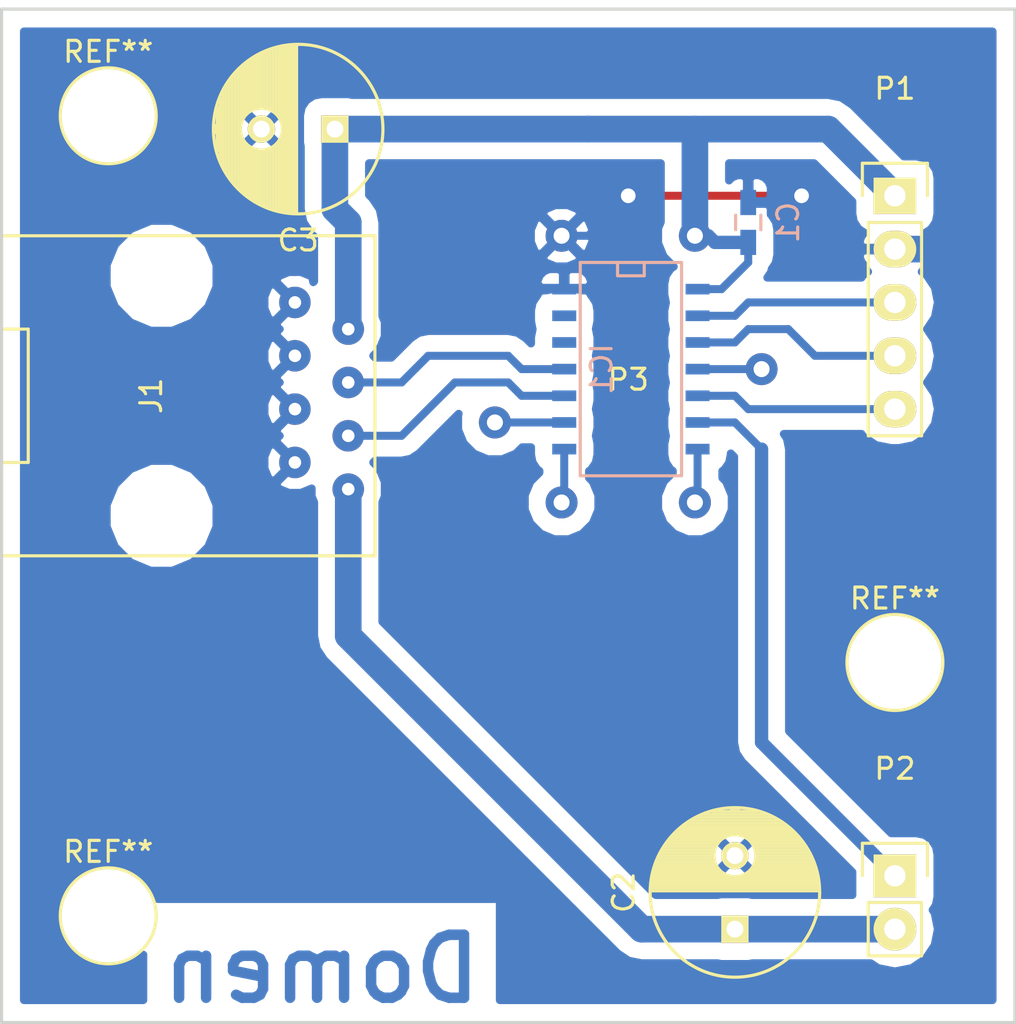
<source format=kicad_pcb>
(kicad_pcb (version 4) (host pcbnew 4.0.3+e1-6302~38~ubuntu16.04.1-stable)

  (general
    (links 26)
    (no_connects 0)
    (area 190.678999 95.779 239.470001 144.855001)
    (thickness 1.6)
    (drawings 5)
    (tracks 59)
    (zones 0)
    (modules 11)
    (nets 16)
  )

  (page A4)
  (layers
    (0 F.Cu signal)
    (31 B.Cu signal)
    (32 B.Adhes user)
    (33 F.Adhes user)
    (34 B.Paste user)
    (35 F.Paste user)
    (36 B.SilkS user)
    (37 F.SilkS user)
    (38 B.Mask user)
    (39 F.Mask user)
    (40 Dwgs.User user)
    (41 Cmts.User user)
    (42 Eco1.User user)
    (43 Eco2.User user)
    (44 Edge.Cuts user)
    (45 Margin user)
    (46 B.CrtYd user)
    (47 F.CrtYd user)
    (48 B.Fab user)
    (49 F.Fab user)
  )

  (setup
    (last_trace_width 0.635)
    (user_trace_width 0.254)
    (user_trace_width 0.381)
    (user_trace_width 0.508)
    (user_trace_width 0.635)
    (user_trace_width 1.27)
    (user_trace_width 2.54)
    (trace_clearance 0.381)
    (zone_clearance 0.8)
    (zone_45_only no)
    (trace_min 0.2)
    (segment_width 0.2)
    (edge_width 0.15)
    (via_size 1.5)
    (via_drill 0.7)
    (via_min_size 0.4)
    (via_min_drill 0.3)
    (uvia_size 0.3)
    (uvia_drill 0.1)
    (uvias_allowed no)
    (uvia_min_size 0.2)
    (uvia_min_drill 0.1)
    (pcb_text_width 0.3)
    (pcb_text_size 1.5 1.5)
    (mod_edge_width 0.15)
    (mod_text_size 1 1)
    (mod_text_width 0.15)
    (pad_size 3 3)
    (pad_drill 3)
    (pad_to_mask_clearance 0.2)
    (aux_axis_origin 0 0)
    (visible_elements FFFFFF7F)
    (pcbplotparams
      (layerselection 0x00000_80000000)
      (usegerberextensions false)
      (excludeedgelayer false)
      (linewidth 0.100000)
      (plotframeref false)
      (viasonmask false)
      (mode 1)
      (useauxorigin false)
      (hpglpennumber 1)
      (hpglpenspeed 20)
      (hpglpendiameter 15)
      (hpglpenoverlay 2)
      (psnegative false)
      (psa4output false)
      (plotreference false)
      (plotvalue false)
      (plotinvisibletext false)
      (padsonsilk false)
      (subtractmaskfromsilk false)
      (outputformat 5)
      (mirror false)
      (drillshape 1)
      (scaleselection 1)
      (outputdirectory ""))
  )

  (net 0 "")
  (net 1 +5V)
  (net 2 GND)
  (net 3 +12V)
  (net 4 LED_DATA)
  (net 5 LED_CLOCK)
  (net 6 AVR_RESET)
  (net 7 LED_LATCH)
  (net 8 LED_ENABLE)
  (net 9 AVR_MOSI)
  (net 10 AVR_MISO)
  (net 11 AVR_SCK)
  (net 12 RXD)
  (net 13 "Net-(IC1-Pad12)")
  (net 14 "Net-(IC1-Pad13)")
  (net 15 XCK)

  (net_class Default "This is the default net class."
    (clearance 0.381)
    (trace_width 0.381)
    (via_dia 1.5)
    (via_drill 0.7)
    (uvia_dia 0.3)
    (uvia_drill 0.1)
    (add_net +12V)
    (add_net +5V)
    (add_net AVR_MISO)
    (add_net AVR_MOSI)
    (add_net AVR_RESET)
    (add_net AVR_SCK)
    (add_net GND)
    (add_net LED_CLOCK)
    (add_net LED_DATA)
    (add_net LED_ENABLE)
    (add_net LED_LATCH)
    (add_net "Net-(IC1-Pad12)")
    (add_net "Net-(IC1-Pad13)")
    (add_net RXD)
    (add_net XCK)
  )

  (module Connect:1pin (layer F.Cu) (tedit 57E298EE) (tstamp 57E29936)
    (at 233.68 127.635)
    (descr "module 1 pin (ou trou mecanique de percage)")
    (tags DEV)
    (fp_text reference REF** (at 0 -3.048) (layer F.SilkS)
      (effects (font (size 1 1) (thickness 0.15)))
    )
    (fp_text value 1pin (at 0 2.794) (layer F.Fab)
      (effects (font (size 1 1) (thickness 0.15)))
    )
    (fp_circle (center 0 0) (end 0 -2.286) (layer F.SilkS) (width 0.15))
    (pad "" np_thru_hole circle (at 0 0) (size 3 3) (drill 3) (layers *.Cu *.Mask))
  )

  (module Connect:1pin (layer F.Cu) (tedit 57E298EE) (tstamp 57E29925)
    (at 196.215 101.6)
    (descr "module 1 pin (ou trou mecanique de percage)")
    (tags DEV)
    (fp_text reference REF** (at 0 -3.048) (layer F.SilkS)
      (effects (font (size 1 1) (thickness 0.15)))
    )
    (fp_text value 1pin (at 0 2.794) (layer F.Fab)
      (effects (font (size 1 1) (thickness 0.15)))
    )
    (fp_circle (center 0 0) (end 0 -2.286) (layer F.SilkS) (width 0.15))
    (pad "" np_thru_hole circle (at 0 0) (size 3 3) (drill 3) (layers *.Cu *.Mask))
  )

  (module Capacitors_SMD:C_0603_HandSoldering (layer B.Cu) (tedit 541A9B4D) (tstamp 57E19BD0)
    (at 226.695 106.68 90)
    (descr "Capacitor SMD 0603, hand soldering")
    (tags "capacitor 0603")
    (path /57E19267)
    (attr smd)
    (fp_text reference C1 (at 0 1.9 90) (layer B.SilkS)
      (effects (font (size 1 1) (thickness 0.15)) (justify mirror))
    )
    (fp_text value 100nF (at 0 -1.9 90) (layer B.Fab)
      (effects (font (size 1 1) (thickness 0.15)) (justify mirror))
    )
    (fp_line (start -1.85 0.75) (end 1.85 0.75) (layer B.CrtYd) (width 0.05))
    (fp_line (start -1.85 -0.75) (end 1.85 -0.75) (layer B.CrtYd) (width 0.05))
    (fp_line (start -1.85 0.75) (end -1.85 -0.75) (layer B.CrtYd) (width 0.05))
    (fp_line (start 1.85 0.75) (end 1.85 -0.75) (layer B.CrtYd) (width 0.05))
    (fp_line (start -0.35 0.6) (end 0.35 0.6) (layer B.SilkS) (width 0.15))
    (fp_line (start 0.35 -0.6) (end -0.35 -0.6) (layer B.SilkS) (width 0.15))
    (pad 1 smd rect (at -0.95 0 90) (size 1.2 0.75) (layers B.Cu B.Paste B.Mask)
      (net 1 +5V))
    (pad 2 smd rect (at 0.95 0 90) (size 1.2 0.75) (layers B.Cu B.Paste B.Mask)
      (net 2 GND))
    (model Capacitors_SMD.3dshapes/C_0603_HandSoldering.wrl
      (at (xyz 0 0 0))
      (scale (xyz 1 1 1))
      (rotate (xyz 0 0 0))
    )
  )

  (module Capacitors_ThroughHole:C_Radial_D8_L11.5_P3.5 (layer F.Cu) (tedit 0) (tstamp 57E19BD6)
    (at 226.06 140.335 90)
    (descr "Radial Electrolytic Capacitor Diameter 8mm x Length 11.5mm, Pitch 3.5mm")
    (tags "Electrolytic Capacitor")
    (path /57E19090)
    (fp_text reference C2 (at 1.75 -5.3 90) (layer F.SilkS)
      (effects (font (size 1 1) (thickness 0.15)))
    )
    (fp_text value 100uF (at 1.75 5.3 90) (layer F.Fab)
      (effects (font (size 1 1) (thickness 0.15)))
    )
    (fp_line (start 1.825 -3.999) (end 1.825 3.999) (layer F.SilkS) (width 0.15))
    (fp_line (start 1.965 -3.994) (end 1.965 3.994) (layer F.SilkS) (width 0.15))
    (fp_line (start 2.105 -3.984) (end 2.105 3.984) (layer F.SilkS) (width 0.15))
    (fp_line (start 2.245 -3.969) (end 2.245 3.969) (layer F.SilkS) (width 0.15))
    (fp_line (start 2.385 -3.949) (end 2.385 3.949) (layer F.SilkS) (width 0.15))
    (fp_line (start 2.525 -3.924) (end 2.525 -0.222) (layer F.SilkS) (width 0.15))
    (fp_line (start 2.525 0.222) (end 2.525 3.924) (layer F.SilkS) (width 0.15))
    (fp_line (start 2.665 -3.894) (end 2.665 -0.55) (layer F.SilkS) (width 0.15))
    (fp_line (start 2.665 0.55) (end 2.665 3.894) (layer F.SilkS) (width 0.15))
    (fp_line (start 2.805 -3.858) (end 2.805 -0.719) (layer F.SilkS) (width 0.15))
    (fp_line (start 2.805 0.719) (end 2.805 3.858) (layer F.SilkS) (width 0.15))
    (fp_line (start 2.945 -3.817) (end 2.945 -0.832) (layer F.SilkS) (width 0.15))
    (fp_line (start 2.945 0.832) (end 2.945 3.817) (layer F.SilkS) (width 0.15))
    (fp_line (start 3.085 -3.771) (end 3.085 -0.91) (layer F.SilkS) (width 0.15))
    (fp_line (start 3.085 0.91) (end 3.085 3.771) (layer F.SilkS) (width 0.15))
    (fp_line (start 3.225 -3.718) (end 3.225 -0.961) (layer F.SilkS) (width 0.15))
    (fp_line (start 3.225 0.961) (end 3.225 3.718) (layer F.SilkS) (width 0.15))
    (fp_line (start 3.365 -3.659) (end 3.365 -0.991) (layer F.SilkS) (width 0.15))
    (fp_line (start 3.365 0.991) (end 3.365 3.659) (layer F.SilkS) (width 0.15))
    (fp_line (start 3.505 -3.594) (end 3.505 -1) (layer F.SilkS) (width 0.15))
    (fp_line (start 3.505 1) (end 3.505 3.594) (layer F.SilkS) (width 0.15))
    (fp_line (start 3.645 -3.523) (end 3.645 -0.989) (layer F.SilkS) (width 0.15))
    (fp_line (start 3.645 0.989) (end 3.645 3.523) (layer F.SilkS) (width 0.15))
    (fp_line (start 3.785 -3.444) (end 3.785 -0.959) (layer F.SilkS) (width 0.15))
    (fp_line (start 3.785 0.959) (end 3.785 3.444) (layer F.SilkS) (width 0.15))
    (fp_line (start 3.925 -3.357) (end 3.925 -0.905) (layer F.SilkS) (width 0.15))
    (fp_line (start 3.925 0.905) (end 3.925 3.357) (layer F.SilkS) (width 0.15))
    (fp_line (start 4.065 -3.262) (end 4.065 -0.825) (layer F.SilkS) (width 0.15))
    (fp_line (start 4.065 0.825) (end 4.065 3.262) (layer F.SilkS) (width 0.15))
    (fp_line (start 4.205 -3.158) (end 4.205 -0.709) (layer F.SilkS) (width 0.15))
    (fp_line (start 4.205 0.709) (end 4.205 3.158) (layer F.SilkS) (width 0.15))
    (fp_line (start 4.345 -3.044) (end 4.345 -0.535) (layer F.SilkS) (width 0.15))
    (fp_line (start 4.345 0.535) (end 4.345 3.044) (layer F.SilkS) (width 0.15))
    (fp_line (start 4.485 -2.919) (end 4.485 -0.173) (layer F.SilkS) (width 0.15))
    (fp_line (start 4.485 0.173) (end 4.485 2.919) (layer F.SilkS) (width 0.15))
    (fp_line (start 4.625 -2.781) (end 4.625 2.781) (layer F.SilkS) (width 0.15))
    (fp_line (start 4.765 -2.629) (end 4.765 2.629) (layer F.SilkS) (width 0.15))
    (fp_line (start 4.905 -2.459) (end 4.905 2.459) (layer F.SilkS) (width 0.15))
    (fp_line (start 5.045 -2.268) (end 5.045 2.268) (layer F.SilkS) (width 0.15))
    (fp_line (start 5.185 -2.05) (end 5.185 2.05) (layer F.SilkS) (width 0.15))
    (fp_line (start 5.325 -1.794) (end 5.325 1.794) (layer F.SilkS) (width 0.15))
    (fp_line (start 5.465 -1.483) (end 5.465 1.483) (layer F.SilkS) (width 0.15))
    (fp_line (start 5.605 -1.067) (end 5.605 1.067) (layer F.SilkS) (width 0.15))
    (fp_line (start 5.745 -0.2) (end 5.745 0.2) (layer F.SilkS) (width 0.15))
    (fp_circle (center 3.5 0) (end 3.5 -1) (layer F.SilkS) (width 0.15))
    (fp_circle (center 1.75 0) (end 1.75 -4.0375) (layer F.SilkS) (width 0.15))
    (fp_circle (center 1.75 0) (end 1.75 -4.3) (layer F.CrtYd) (width 0.05))
    (pad 2 thru_hole circle (at 3.5 0 90) (size 1.3 1.3) (drill 0.8) (layers *.Cu *.Mask F.SilkS)
      (net 2 GND))
    (pad 1 thru_hole rect (at 0 0 90) (size 1.3 1.3) (drill 0.8) (layers *.Cu *.Mask F.SilkS)
      (net 3 +12V))
    (model Capacitors_ThroughHole.3dshapes/C_Radial_D8_L11.5_P3.5.wrl
      (at (xyz 0 0 0))
      (scale (xyz 1 1 1))
      (rotate (xyz 0 0 0))
    )
  )

  (module Capacitors_ThroughHole:C_Radial_D8_L11.5_P3.5 (layer F.Cu) (tedit 0) (tstamp 57E19BDC)
    (at 207.01 102.235 180)
    (descr "Radial Electrolytic Capacitor Diameter 8mm x Length 11.5mm, Pitch 3.5mm")
    (tags "Electrolytic Capacitor")
    (path /57E190DE)
    (fp_text reference C3 (at 1.75 -5.3 180) (layer F.SilkS)
      (effects (font (size 1 1) (thickness 0.15)))
    )
    (fp_text value 100uF (at 1.75 5.3 180) (layer F.Fab)
      (effects (font (size 1 1) (thickness 0.15)))
    )
    (fp_line (start 1.825 -3.999) (end 1.825 3.999) (layer F.SilkS) (width 0.15))
    (fp_line (start 1.965 -3.994) (end 1.965 3.994) (layer F.SilkS) (width 0.15))
    (fp_line (start 2.105 -3.984) (end 2.105 3.984) (layer F.SilkS) (width 0.15))
    (fp_line (start 2.245 -3.969) (end 2.245 3.969) (layer F.SilkS) (width 0.15))
    (fp_line (start 2.385 -3.949) (end 2.385 3.949) (layer F.SilkS) (width 0.15))
    (fp_line (start 2.525 -3.924) (end 2.525 -0.222) (layer F.SilkS) (width 0.15))
    (fp_line (start 2.525 0.222) (end 2.525 3.924) (layer F.SilkS) (width 0.15))
    (fp_line (start 2.665 -3.894) (end 2.665 -0.55) (layer F.SilkS) (width 0.15))
    (fp_line (start 2.665 0.55) (end 2.665 3.894) (layer F.SilkS) (width 0.15))
    (fp_line (start 2.805 -3.858) (end 2.805 -0.719) (layer F.SilkS) (width 0.15))
    (fp_line (start 2.805 0.719) (end 2.805 3.858) (layer F.SilkS) (width 0.15))
    (fp_line (start 2.945 -3.817) (end 2.945 -0.832) (layer F.SilkS) (width 0.15))
    (fp_line (start 2.945 0.832) (end 2.945 3.817) (layer F.SilkS) (width 0.15))
    (fp_line (start 3.085 -3.771) (end 3.085 -0.91) (layer F.SilkS) (width 0.15))
    (fp_line (start 3.085 0.91) (end 3.085 3.771) (layer F.SilkS) (width 0.15))
    (fp_line (start 3.225 -3.718) (end 3.225 -0.961) (layer F.SilkS) (width 0.15))
    (fp_line (start 3.225 0.961) (end 3.225 3.718) (layer F.SilkS) (width 0.15))
    (fp_line (start 3.365 -3.659) (end 3.365 -0.991) (layer F.SilkS) (width 0.15))
    (fp_line (start 3.365 0.991) (end 3.365 3.659) (layer F.SilkS) (width 0.15))
    (fp_line (start 3.505 -3.594) (end 3.505 -1) (layer F.SilkS) (width 0.15))
    (fp_line (start 3.505 1) (end 3.505 3.594) (layer F.SilkS) (width 0.15))
    (fp_line (start 3.645 -3.523) (end 3.645 -0.989) (layer F.SilkS) (width 0.15))
    (fp_line (start 3.645 0.989) (end 3.645 3.523) (layer F.SilkS) (width 0.15))
    (fp_line (start 3.785 -3.444) (end 3.785 -0.959) (layer F.SilkS) (width 0.15))
    (fp_line (start 3.785 0.959) (end 3.785 3.444) (layer F.SilkS) (width 0.15))
    (fp_line (start 3.925 -3.357) (end 3.925 -0.905) (layer F.SilkS) (width 0.15))
    (fp_line (start 3.925 0.905) (end 3.925 3.357) (layer F.SilkS) (width 0.15))
    (fp_line (start 4.065 -3.262) (end 4.065 -0.825) (layer F.SilkS) (width 0.15))
    (fp_line (start 4.065 0.825) (end 4.065 3.262) (layer F.SilkS) (width 0.15))
    (fp_line (start 4.205 -3.158) (end 4.205 -0.709) (layer F.SilkS) (width 0.15))
    (fp_line (start 4.205 0.709) (end 4.205 3.158) (layer F.SilkS) (width 0.15))
    (fp_line (start 4.345 -3.044) (end 4.345 -0.535) (layer F.SilkS) (width 0.15))
    (fp_line (start 4.345 0.535) (end 4.345 3.044) (layer F.SilkS) (width 0.15))
    (fp_line (start 4.485 -2.919) (end 4.485 -0.173) (layer F.SilkS) (width 0.15))
    (fp_line (start 4.485 0.173) (end 4.485 2.919) (layer F.SilkS) (width 0.15))
    (fp_line (start 4.625 -2.781) (end 4.625 2.781) (layer F.SilkS) (width 0.15))
    (fp_line (start 4.765 -2.629) (end 4.765 2.629) (layer F.SilkS) (width 0.15))
    (fp_line (start 4.905 -2.459) (end 4.905 2.459) (layer F.SilkS) (width 0.15))
    (fp_line (start 5.045 -2.268) (end 5.045 2.268) (layer F.SilkS) (width 0.15))
    (fp_line (start 5.185 -2.05) (end 5.185 2.05) (layer F.SilkS) (width 0.15))
    (fp_line (start 5.325 -1.794) (end 5.325 1.794) (layer F.SilkS) (width 0.15))
    (fp_line (start 5.465 -1.483) (end 5.465 1.483) (layer F.SilkS) (width 0.15))
    (fp_line (start 5.605 -1.067) (end 5.605 1.067) (layer F.SilkS) (width 0.15))
    (fp_line (start 5.745 -0.2) (end 5.745 0.2) (layer F.SilkS) (width 0.15))
    (fp_circle (center 3.5 0) (end 3.5 -1) (layer F.SilkS) (width 0.15))
    (fp_circle (center 1.75 0) (end 1.75 -4.0375) (layer F.SilkS) (width 0.15))
    (fp_circle (center 1.75 0) (end 1.75 -4.3) (layer F.CrtYd) (width 0.05))
    (pad 2 thru_hole circle (at 3.5 0 180) (size 1.3 1.3) (drill 0.8) (layers *.Cu *.Mask F.SilkS)
      (net 2 GND))
    (pad 1 thru_hole rect (at 0 0 180) (size 1.3 1.3) (drill 0.8) (layers *.Cu *.Mask F.SilkS)
      (net 1 +5V))
    (model Capacitors_ThroughHole.3dshapes/C_Radial_D8_L11.5_P3.5.wrl
      (at (xyz 0 0 0))
      (scale (xyz 1 1 1))
      (rotate (xyz 0 0 0))
    )
  )

  (module SMD_Packages:SOIC-14_N (layer B.Cu) (tedit 0) (tstamp 57E19BEE)
    (at 220.98 113.665 270)
    (descr "Module CMS SOJ 14 pins Large")
    (tags "CMS SOJ")
    (path /57E18D38)
    (attr smd)
    (fp_text reference IC1 (at 0 1.27 270) (layer B.SilkS)
      (effects (font (size 1 1) (thickness 0.15)) (justify mirror))
    )
    (fp_text value ATTINY841-SSU (at 0 -1.27 270) (layer B.Fab)
      (effects (font (size 1 1) (thickness 0.15)) (justify mirror))
    )
    (fp_line (start 5.08 2.286) (end 5.08 -2.54) (layer B.SilkS) (width 0.15))
    (fp_line (start 5.08 -2.54) (end -5.08 -2.54) (layer B.SilkS) (width 0.15))
    (fp_line (start -5.08 -2.54) (end -5.08 2.286) (layer B.SilkS) (width 0.15))
    (fp_line (start -5.08 2.286) (end 5.08 2.286) (layer B.SilkS) (width 0.15))
    (fp_line (start -5.08 0.508) (end -4.445 0.508) (layer B.SilkS) (width 0.15))
    (fp_line (start -4.445 0.508) (end -4.445 -0.762) (layer B.SilkS) (width 0.15))
    (fp_line (start -4.445 -0.762) (end -5.08 -0.762) (layer B.SilkS) (width 0.15))
    (pad 1 smd rect (at -3.81 -3.302 270) (size 0.508 1.143) (layers B.Cu B.Paste B.Mask)
      (net 1 +5V))
    (pad 2 smd rect (at -2.54 -3.302 270) (size 0.508 1.143) (layers B.Cu B.Paste B.Mask)
      (net 4 LED_DATA))
    (pad 3 smd rect (at -1.27 -3.302 270) (size 0.508 1.143) (layers B.Cu B.Paste B.Mask)
      (net 5 LED_CLOCK))
    (pad 4 smd rect (at 0 -3.302 270) (size 0.508 1.143) (layers B.Cu B.Paste B.Mask)
      (net 6 AVR_RESET))
    (pad 5 smd rect (at 1.27 -3.302 270) (size 0.508 1.143) (layers B.Cu B.Paste B.Mask)
      (net 7 LED_LATCH))
    (pad 6 smd rect (at 2.54 -3.302 270) (size 0.508 1.143) (layers B.Cu B.Paste B.Mask)
      (net 8 LED_ENABLE))
    (pad 7 smd rect (at 3.81 -3.302 270) (size 0.508 1.143) (layers B.Cu B.Paste B.Mask)
      (net 9 AVR_MOSI))
    (pad 8 smd rect (at 3.81 3.048 270) (size 0.508 1.143) (layers B.Cu B.Paste B.Mask)
      (net 10 AVR_MISO))
    (pad 9 smd rect (at 2.54 3.048 270) (size 0.508 1.143) (layers B.Cu B.Paste B.Mask)
      (net 11 AVR_SCK))
    (pad 11 smd rect (at 0 3.048 270) (size 0.508 1.143) (layers B.Cu B.Paste B.Mask)
      (net 12 RXD))
    (pad 12 smd rect (at -1.27 3.048 270) (size 0.508 1.143) (layers B.Cu B.Paste B.Mask)
      (net 13 "Net-(IC1-Pad12)"))
    (pad 13 smd rect (at -2.54 3.048 270) (size 0.508 1.143) (layers B.Cu B.Paste B.Mask)
      (net 14 "Net-(IC1-Pad13)"))
    (pad 14 smd rect (at -3.81 3.048 270) (size 0.508 1.143) (layers B.Cu B.Paste B.Mask)
      (net 2 GND))
    (pad 10 smd rect (at 1.27 3.048 270) (size 0.508 1.143) (layers B.Cu B.Paste B.Mask)
      (net 15 XCK))
    (model SMD_Packages.3dshapes/SOIC-14_N.wrl
      (at (xyz 0 0 0))
      (scale (xyz 0.5 0.4 0.5))
      (rotate (xyz 0 0 0))
    )
  )

  (module rj45:RJ45 (layer F.Cu) (tedit 57E19AF8) (tstamp 57E19BFC)
    (at 198.755 114.935 270)
    (path /57E18D9E)
    (fp_text reference J1 (at 0 0.5 270) (layer F.SilkS)
      (effects (font (size 1 1) (thickness 0.15)))
    )
    (fp_text value RJ45 (at 0 -0.5 270) (layer F.Fab)
      (effects (font (size 1 1) (thickness 0.15)))
    )
    (fp_line (start -7.62 7.62) (end -3.175 7.62) (layer F.SilkS) (width 0.15))
    (fp_line (start 3.175 7.62) (end 7.62 7.62) (layer F.SilkS) (width 0.15))
    (fp_line (start -3.175 7.62) (end -3.175 6.35) (layer F.SilkS) (width 0.15))
    (fp_line (start -3.175 6.35) (end 3.175 6.35) (layer F.SilkS) (width 0.15))
    (fp_line (start 3.175 6.35) (end 3.175 7.62) (layer F.SilkS) (width 0.15))
    (fp_line (start -7.62 7.62) (end -7.62 -10.16) (layer F.SilkS) (width 0.15))
    (fp_line (start -7.62 -10.16) (end 7.62 -10.16) (layer F.SilkS) (width 0.15))
    (fp_line (start 7.62 -10.16) (end 7.62 7.62) (layer F.SilkS) (width 0.15))
    (pad "" np_thru_hole circle (at 5.715 0 270) (size 3.25 3.25) (drill 3.25) (layers *.Cu *.Mask))
    (pad "" np_thru_hole circle (at -5.715 0 270) (size 3.25 3.25) (drill 3.25) (layers *.Cu *.Mask))
    (pad 8 thru_hole circle (at 4.445 -8.89 270) (size 1.5 1.5) (drill 0.6) (layers *.Cu *.Mask)
      (net 3 +12V))
    (pad 7 thru_hole circle (at 3.175 -6.35 270) (size 1.5 1.5) (drill 0.6) (layers *.Cu *.Mask)
      (net 2 GND))
    (pad 6 thru_hole circle (at 1.905 -8.89 270) (size 1.5 1.5) (drill 0.6) (layers *.Cu *.Mask)
      (net 15 XCK))
    (pad 5 thru_hole circle (at 0.635 -6.35 270) (size 1.5 1.5) (drill 0.6) (layers *.Cu *.Mask)
      (net 2 GND))
    (pad 4 thru_hole circle (at -0.635 -8.89 270) (size 1.5 1.5) (drill 0.6) (layers *.Cu *.Mask)
      (net 12 RXD))
    (pad 3 thru_hole circle (at -1.905 -6.35 270) (size 1.5 1.5) (drill 0.6) (layers *.Cu *.Mask)
      (net 2 GND))
    (pad 2 thru_hole circle (at -3.175 -8.89 270) (size 1.5 1.5) (drill 0.6) (layers *.Cu *.Mask)
      (net 1 +5V))
    (pad 1 thru_hole circle (at -4.445 -6.35 270) (size 1.5 1.5) (drill 0.6) (layers *.Cu *.Mask)
      (net 2 GND))
  )

  (module Pin_Headers:Pin_Header_Straight_1x05 (layer F.Cu) (tedit 54EA0684) (tstamp 57E19C05)
    (at 233.68 105.41)
    (descr "Through hole pin header")
    (tags "pin header")
    (path /57E193FD)
    (fp_text reference P1 (at 0 -5.1) (layer F.SilkS)
      (effects (font (size 1 1) (thickness 0.15)))
    )
    (fp_text value CONN_01X05 (at 0 -3.1) (layer F.Fab)
      (effects (font (size 1 1) (thickness 0.15)))
    )
    (fp_line (start -1.55 0) (end -1.55 -1.55) (layer F.SilkS) (width 0.15))
    (fp_line (start -1.55 -1.55) (end 1.55 -1.55) (layer F.SilkS) (width 0.15))
    (fp_line (start 1.55 -1.55) (end 1.55 0) (layer F.SilkS) (width 0.15))
    (fp_line (start -1.75 -1.75) (end -1.75 11.95) (layer F.CrtYd) (width 0.05))
    (fp_line (start 1.75 -1.75) (end 1.75 11.95) (layer F.CrtYd) (width 0.05))
    (fp_line (start -1.75 -1.75) (end 1.75 -1.75) (layer F.CrtYd) (width 0.05))
    (fp_line (start -1.75 11.95) (end 1.75 11.95) (layer F.CrtYd) (width 0.05))
    (fp_line (start 1.27 1.27) (end 1.27 11.43) (layer F.SilkS) (width 0.15))
    (fp_line (start 1.27 11.43) (end -1.27 11.43) (layer F.SilkS) (width 0.15))
    (fp_line (start -1.27 11.43) (end -1.27 1.27) (layer F.SilkS) (width 0.15))
    (fp_line (start 1.27 1.27) (end -1.27 1.27) (layer F.SilkS) (width 0.15))
    (pad 1 thru_hole rect (at 0 0) (size 2.032 1.7272) (drill 1.016) (layers *.Cu *.Mask F.SilkS)
      (net 1 +5V))
    (pad 2 thru_hole oval (at 0 2.54) (size 2.032 1.7272) (drill 1.016) (layers *.Cu *.Mask F.SilkS)
      (net 2 GND))
    (pad 3 thru_hole oval (at 0 5.08) (size 2.032 1.7272) (drill 1.016) (layers *.Cu *.Mask F.SilkS)
      (net 4 LED_DATA))
    (pad 4 thru_hole oval (at 0 7.62) (size 2.032 1.7272) (drill 1.016) (layers *.Cu *.Mask F.SilkS)
      (net 5 LED_CLOCK))
    (pad 5 thru_hole oval (at 0 10.16) (size 2.032 1.7272) (drill 1.016) (layers *.Cu *.Mask F.SilkS)
      (net 7 LED_LATCH))
    (model Pin_Headers.3dshapes/Pin_Header_Straight_1x05.wrl
      (at (xyz 0 -0.2 0))
      (scale (xyz 1 1 1))
      (rotate (xyz 0 0 90))
    )
  )

  (module Pin_Headers:Pin_Header_Straight_1x02 (layer F.Cu) (tedit 54EA090C) (tstamp 57E19C0B)
    (at 233.68 137.795)
    (descr "Through hole pin header")
    (tags "pin header")
    (path /57E19592)
    (fp_text reference P2 (at 0 -5.1) (layer F.SilkS)
      (effects (font (size 1 1) (thickness 0.15)))
    )
    (fp_text value CONN_01X02 (at 0 -3.1) (layer F.Fab)
      (effects (font (size 1 1) (thickness 0.15)))
    )
    (fp_line (start 1.27 1.27) (end 1.27 3.81) (layer F.SilkS) (width 0.15))
    (fp_line (start 1.55 -1.55) (end 1.55 0) (layer F.SilkS) (width 0.15))
    (fp_line (start -1.75 -1.75) (end -1.75 4.3) (layer F.CrtYd) (width 0.05))
    (fp_line (start 1.75 -1.75) (end 1.75 4.3) (layer F.CrtYd) (width 0.05))
    (fp_line (start -1.75 -1.75) (end 1.75 -1.75) (layer F.CrtYd) (width 0.05))
    (fp_line (start -1.75 4.3) (end 1.75 4.3) (layer F.CrtYd) (width 0.05))
    (fp_line (start 1.27 1.27) (end -1.27 1.27) (layer F.SilkS) (width 0.15))
    (fp_line (start -1.55 0) (end -1.55 -1.55) (layer F.SilkS) (width 0.15))
    (fp_line (start -1.55 -1.55) (end 1.55 -1.55) (layer F.SilkS) (width 0.15))
    (fp_line (start -1.27 1.27) (end -1.27 3.81) (layer F.SilkS) (width 0.15))
    (fp_line (start -1.27 3.81) (end 1.27 3.81) (layer F.SilkS) (width 0.15))
    (pad 1 thru_hole rect (at 0 0) (size 2.032 2.032) (drill 1.016) (layers *.Cu *.Mask F.SilkS)
      (net 8 LED_ENABLE))
    (pad 2 thru_hole oval (at 0 2.54) (size 2.032 2.032) (drill 1.016) (layers *.Cu *.Mask F.SilkS)
      (net 3 +12V))
    (model Pin_Headers.3dshapes/Pin_Header_Straight_1x02.wrl
      (at (xyz 0 -0.05 0))
      (scale (xyz 1 1 1))
      (rotate (xyz 0 0 90))
    )
  )

  (module attiny841-spi:ATTINY841-SPI (layer F.Cu) (tedit 57C2806E) (tstamp 57E19C15)
    (at 220.98 113.665)
    (path /57E19AED)
    (fp_text reference P3 (at 0 0.5) (layer F.SilkS)
      (effects (font (size 1 1) (thickness 0.15)))
    )
    (fp_text value CONN_01X06 (at 0 -0.5) (layer F.Fab)
      (effects (font (size 1 1) (thickness 0.15)))
    )
    (pad 1 thru_hole circle (at -3.175 6.35) (size 1.524 1.524) (drill 0.762) (layers *.Cu *.Mask)
      (net 10 AVR_MISO))
    (pad 4 thru_hole circle (at 3.175 6.35) (size 1.524 1.524) (drill 0.762) (layers *.Cu *.Mask)
      (net 9 AVR_MOSI))
    (pad 2 thru_hole circle (at 3.175 -6.35) (size 1.524 1.524) (drill 0.762) (layers *.Cu *.Mask)
      (net 1 +5V))
    (pad 6 thru_hole circle (at -3.175 -6.35) (size 1.524 1.524) (drill 0.762) (layers *.Cu *.Mask)
      (net 2 GND))
    (pad 5 thru_hole circle (at 6.35 0) (size 1.524 1.524) (drill 0.762) (layers *.Cu *.Mask)
      (net 6 AVR_RESET))
    (pad 3 thru_hole circle (at -6.35 2.54) (size 1.524 1.524) (drill 0.762) (layers *.Cu *.Mask)
      (net 11 AVR_SCK))
  )

  (module Connect:1pin (layer F.Cu) (tedit 57E298EE) (tstamp 57E298B3)
    (at 196.215 139.7)
    (descr "module 1 pin (ou trou mecanique de percage)")
    (tags DEV)
    (fp_text reference REF** (at 0 -3.048) (layer F.SilkS)
      (effects (font (size 1 1) (thickness 0.15)))
    )
    (fp_text value 1pin (at 0 2.794) (layer F.Fab)
      (effects (font (size 1 1) (thickness 0.15)))
    )
    (fp_circle (center 0 0) (end 0 -2.286) (layer F.SilkS) (width 0.15))
    (pad "" np_thru_hole circle (at 0 0) (size 3 3) (drill 3) (layers *.Cu *.Mask))
  )

  (gr_text "Domen\n" (at 206.375 142.24) (layer B.Cu)
    (effects (font (size 3 3) (thickness 0.5)) (justify mirror))
  )
  (gr_line (start 191.135 144.78) (end 191.135 96.52) (angle 90) (layer Edge.Cuts) (width 0.15))
  (gr_line (start 239.395 144.78) (end 191.135 144.78) (angle 90) (layer Edge.Cuts) (width 0.15))
  (gr_line (start 239.395 96.52) (end 239.395 144.78) (angle 90) (layer Edge.Cuts) (width 0.15))
  (gr_line (start 191.135 96.52) (end 239.395 96.52) (angle 90) (layer Edge.Cuts) (width 0.15))

  (segment (start 224.155 107.315) (end 224.155 102.235) (width 1.27) (layer B.Cu) (net 1))
  (segment (start 219.075 102.235) (end 224.155 102.235) (width 1.27) (layer B.Cu) (net 1))
  (segment (start 224.155 102.235) (end 230.505 102.235) (width 1.27) (layer B.Cu) (net 1) (tstamp 57E1A05B))
  (segment (start 230.505 102.235) (end 233.68 105.41) (width 1.27) (layer B.Cu) (net 1) (tstamp 57E1A056))
  (segment (start 207.01 102.235) (end 219.075 102.235) (width 1.27) (layer B.Cu) (net 1))
  (segment (start 219.075 102.235) (end 219.075 102.235) (width 1.27) (layer B.Cu) (net 1) (tstamp 57E1A054))
  (segment (start 207.645 111.76) (end 207.645 106.68) (width 1.27) (layer B.Cu) (net 1))
  (segment (start 207.01 106.045) (end 207.01 102.235) (width 1.27) (layer B.Cu) (net 1) (tstamp 57E1A03F))
  (segment (start 207.645 106.68) (end 207.01 106.045) (width 1.27) (layer B.Cu) (net 1) (tstamp 57E1A03E))
  (segment (start 224.282 109.855) (end 225.425 109.855) (width 0.381) (layer B.Cu) (net 1))
  (segment (start 226.695 108.585) (end 226.695 107.63) (width 0.381) (layer B.Cu) (net 1) (tstamp 57E19E7A))
  (segment (start 225.425 109.855) (end 226.695 108.585) (width 0.381) (layer B.Cu) (net 1) (tstamp 57E19E77))
  (segment (start 224.155 107.315) (end 224.79 107.315) (width 0.635) (layer B.Cu) (net 1))
  (segment (start 224.79 107.315) (end 225.105 107.63) (width 0.635) (layer B.Cu) (net 1) (tstamp 57E19E6A))
  (segment (start 225.105 107.63) (end 226.695 107.63) (width 0.635) (layer B.Cu) (net 1) (tstamp 57E19E6D))
  (segment (start 226.695 105.73) (end 228.915 105.73) (width 0.381) (layer B.Cu) (net 2))
  (segment (start 219.075 107.315) (end 217.805 107.315) (width 0.381) (layer B.Cu) (net 2) (tstamp 57E1A2AE))
  (segment (start 220.98 105.41) (end 219.075 107.315) (width 0.381) (layer B.Cu) (net 2) (tstamp 57E1A2AD))
  (via (at 220.98 105.41) (size 1.5) (drill 0.7) (layers F.Cu B.Cu) (net 2))
  (segment (start 229.235 105.41) (end 220.98 105.41) (width 0.381) (layer F.Cu) (net 2) (tstamp 57E1A2AA))
  (via (at 229.235 105.41) (size 1.5) (drill 0.7) (layers F.Cu B.Cu) (net 2))
  (segment (start 228.915 105.73) (end 229.235 105.41) (width 0.381) (layer B.Cu) (net 2) (tstamp 57E1A2A1))
  (segment (start 233.68 107.95) (end 235.585 107.95) (width 1.27) (layer B.Cu) (net 2))
  (segment (start 207.645 119.38) (end 207.645 126.365) (width 1.27) (layer B.Cu) (net 3))
  (segment (start 221.615 140.335) (end 226.06 140.335) (width 1.27) (layer B.Cu) (net 3) (tstamp 57E1A02F))
  (segment (start 207.645 126.365) (end 221.615 140.335) (width 1.27) (layer B.Cu) (net 3) (tstamp 57E1A02C))
  (segment (start 233.68 140.335) (end 226.06 140.335) (width 1.27) (layer B.Cu) (net 3))
  (segment (start 224.282 111.125) (end 226.06 111.125) (width 0.381) (layer B.Cu) (net 4))
  (segment (start 226.695 110.49) (end 233.68 110.49) (width 0.381) (layer B.Cu) (net 4) (tstamp 57E19DC3))
  (segment (start 226.06 111.125) (end 226.695 110.49) (width 0.381) (layer B.Cu) (net 4) (tstamp 57E19DBD))
  (segment (start 224.282 112.395) (end 226.06 112.395) (width 0.381) (layer B.Cu) (net 5))
  (segment (start 229.87 113.03) (end 233.68 113.03) (width 0.381) (layer B.Cu) (net 5) (tstamp 57E19DBA))
  (segment (start 228.6 111.76) (end 229.87 113.03) (width 0.381) (layer B.Cu) (net 5) (tstamp 57E19DB5))
  (segment (start 226.695 111.76) (end 228.6 111.76) (width 0.381) (layer B.Cu) (net 5) (tstamp 57E19DB4))
  (segment (start 226.06 112.395) (end 226.695 111.76) (width 0.381) (layer B.Cu) (net 5) (tstamp 57E19DB1))
  (segment (start 224.282 113.665) (end 227.33 113.665) (width 0.381) (layer B.Cu) (net 6))
  (segment (start 224.282 114.935) (end 226.06 114.935) (width 0.381) (layer B.Cu) (net 7))
  (segment (start 226.695 115.57) (end 233.68 115.57) (width 0.381) (layer B.Cu) (net 7) (tstamp 57E19DCE))
  (segment (start 226.06 114.935) (end 226.695 115.57) (width 0.381) (layer B.Cu) (net 7) (tstamp 57E19DCC))
  (segment (start 233.68 137.795) (end 228.6 132.715) (width 0.635) (layer B.Cu) (net 8) (status 400000))
  (segment (start 226.06 116.205) (end 227.33 117.475) (width 0.381) (layer B.Cu) (net 8) (tstamp 57E19DF1))
  (segment (start 226.06 116.205) (end 224.282 116.205) (width 0.381) (layer B.Cu) (net 8))
  (segment (start 227.33 131.445) (end 227.33 117.475) (width 0.635) (layer B.Cu) (net 8) (tstamp 57E299BB))
  (segment (start 228.6 132.715) (end 227.33 131.445) (width 0.635) (layer B.Cu) (net 8) (tstamp 57E299B5))
  (segment (start 224.282 117.475) (end 224.282 119.888) (width 0.381) (layer B.Cu) (net 9))
  (segment (start 224.282 119.888) (end 224.155 120.015) (width 0.381) (layer B.Cu) (net 9) (tstamp 57E19DD6))
  (segment (start 217.932 117.475) (end 217.932 119.888) (width 0.381) (layer B.Cu) (net 10))
  (segment (start 217.932 119.888) (end 217.805 120.015) (width 0.381) (layer B.Cu) (net 10) (tstamp 57E19DDB))
  (segment (start 217.932 116.205) (end 214.63 116.205) (width 0.381) (layer B.Cu) (net 11))
  (segment (start 217.932 113.665) (end 215.9 113.665) (width 0.381) (layer B.Cu) (net 12))
  (segment (start 210.185 114.3) (end 207.645 114.3) (width 0.381) (layer B.Cu) (net 12) (tstamp 57E1A006))
  (segment (start 211.455 113.03) (end 210.185 114.3) (width 0.381) (layer B.Cu) (net 12) (tstamp 57E1A004))
  (segment (start 215.265 113.03) (end 211.455 113.03) (width 0.381) (layer B.Cu) (net 12) (tstamp 57E1A003))
  (segment (start 215.9 113.665) (end 215.265 113.03) (width 0.381) (layer B.Cu) (net 12) (tstamp 57E1A002))
  (segment (start 217.932 114.935) (end 215.9 114.935) (width 0.381) (layer B.Cu) (net 15))
  (segment (start 210.185 116.84) (end 207.645 116.84) (width 0.381) (layer B.Cu) (net 15) (tstamp 57E19FFE))
  (segment (start 212.725 114.3) (end 210.185 116.84) (width 0.381) (layer B.Cu) (net 15) (tstamp 57E19FFA))
  (segment (start 215.265 114.3) (end 212.725 114.3) (width 0.381) (layer B.Cu) (net 15) (tstamp 57E19FF9))
  (segment (start 215.9 114.935) (end 215.265 114.3) (width 0.381) (layer B.Cu) (net 15) (tstamp 57E19FF5))

  (zone (net 2) (net_name GND) (layer B.Cu) (tstamp 57E1A074) (hatch edge 0.508)
    (connect_pads (clearance 0.8))
    (min_thickness 0.381)
    (fill yes (arc_segments 16) (thermal_gap 0.508) (thermal_bridge_width 0.508))
    (polygon
      (pts
        (xy 191.135 144.78) (xy 191.135 96.52) (xy 239.395 96.52) (xy 239.395 144.78)
      )
    )
    (filled_polygon
      (pts
        (xy 238.3295 143.7145) (xy 214.865501 143.7145) (xy 214.865501 138.8995) (xy 198.578965 138.8995) (xy 198.327574 138.291088)
        (xy 197.627597 137.589888) (xy 196.712564 137.209933) (xy 195.721782 137.209068) (xy 194.806088 137.587426) (xy 194.104888 138.287403)
        (xy 193.724933 139.202436) (xy 193.724068 140.193218) (xy 194.102426 141.108912) (xy 194.802403 141.810112) (xy 195.717436 142.190067)
        (xy 196.708218 142.190932) (xy 197.623912 141.812574) (xy 197.8845 141.552441) (xy 197.8845 143.7145) (xy 192.2005 143.7145)
        (xy 192.2005 121.167973) (xy 196.139047 121.167973) (xy 196.536394 122.129626) (xy 197.271504 122.86602) (xy 198.232462 123.265045)
        (xy 199.272973 123.265953) (xy 200.234626 122.868606) (xy 200.97102 122.133496) (xy 201.370045 121.172538) (xy 201.370953 120.132027)
        (xy 200.973606 119.170374) (xy 200.238496 118.43398) (xy 199.277538 118.034955) (xy 198.237027 118.034047) (xy 197.275374 118.431394)
        (xy 196.53898 119.166504) (xy 196.139955 120.127462) (xy 196.139047 121.167973) (xy 192.2005 121.167973) (xy 192.2005 117.827294)
        (xy 203.655433 117.827294) (xy 203.657588 118.403538) (xy 203.873962 118.925911) (xy 204.140362 118.984835) (xy 205.015197 118.11)
        (xy 204.140362 117.235165) (xy 203.873962 117.294089) (xy 203.655433 117.827294) (xy 192.2005 117.827294) (xy 192.2005 115.287294)
        (xy 203.655433 115.287294) (xy 203.657588 115.863538) (xy 203.873962 116.385911) (xy 204.140362 116.444835) (xy 205.015197 115.57)
        (xy 204.140362 114.695165) (xy 203.873962 114.754089) (xy 203.655433 115.287294) (xy 192.2005 115.287294) (xy 192.2005 112.747294)
        (xy 203.655433 112.747294) (xy 203.657588 113.323538) (xy 203.873962 113.845911) (xy 204.140362 113.904835) (xy 205.015197 113.03)
        (xy 204.140362 112.155165) (xy 203.873962 112.214089) (xy 203.655433 112.747294) (xy 192.2005 112.747294) (xy 192.2005 109.737973)
        (xy 196.139047 109.737973) (xy 196.536394 110.699626) (xy 197.271504 111.43602) (xy 198.232462 111.835045) (xy 199.272973 111.835953)
        (xy 200.234626 111.438606) (xy 200.97102 110.703496) (xy 201.177061 110.207294) (xy 203.655433 110.207294) (xy 203.657588 110.783538)
        (xy 203.873962 111.305911) (xy 204.140362 111.364835) (xy 205.015197 110.49) (xy 204.140362 109.615165) (xy 203.873962 109.674089)
        (xy 203.655433 110.207294) (xy 201.177061 110.207294) (xy 201.370045 109.742538) (xy 201.370234 109.525362) (xy 204.230165 109.525362)
        (xy 205.105 110.400197) (xy 205.119142 110.386055) (xy 205.208945 110.475858) (xy 205.194803 110.49) (xy 205.208945 110.504142)
        (xy 205.119142 110.593945) (xy 205.105 110.579803) (xy 204.230165 111.454638) (xy 204.289089 111.721038) (xy 204.383651 111.759793)
        (xy 204.289089 111.798962) (xy 204.230165 112.065362) (xy 205.105 112.940197) (xy 205.119142 112.926055) (xy 205.208945 113.015858)
        (xy 205.194803 113.03) (xy 205.208945 113.044142) (xy 205.119142 113.133945) (xy 205.105 113.119803) (xy 204.230165 113.994638)
        (xy 204.289089 114.261038) (xy 204.383651 114.299793) (xy 204.289089 114.338962) (xy 204.230165 114.605362) (xy 205.105 115.480197)
        (xy 205.119142 115.466055) (xy 205.208945 115.555858) (xy 205.194803 115.57) (xy 205.208945 115.584142) (xy 205.119142 115.673945)
        (xy 205.105 115.659803) (xy 204.230165 116.534638) (xy 204.289089 116.801038) (xy 204.383651 116.839793) (xy 204.289089 116.878962)
        (xy 204.230165 117.145362) (xy 205.105 118.020197) (xy 205.119142 118.006055) (xy 205.208945 118.095858) (xy 205.194803 118.11)
        (xy 205.208945 118.124142) (xy 205.119142 118.213945) (xy 205.105 118.199803) (xy 204.230165 119.074638) (xy 204.289089 119.341038)
        (xy 204.822294 119.559567) (xy 205.398538 119.557412) (xy 205.904528 119.347824) (xy 205.904199 119.724688) (xy 206.0195 120.003738)
        (xy 206.0195 126.365) (xy 206.143234 126.987052) (xy 206.495598 127.514402) (xy 220.465598 141.484402) (xy 220.992948 141.836766)
        (xy 221.615 141.9605) (xy 225.240102 141.9605) (xy 225.41 141.994905) (xy 226.71 141.994905) (xy 226.892846 141.9605)
        (xy 232.531214 141.9605) (xy 232.872836 142.188764) (xy 233.64069 142.3415) (xy 233.71931 142.3415) (xy 234.487164 142.188764)
        (xy 235.13812 141.75381) (xy 235.573074 141.102854) (xy 235.72581 140.335) (xy 235.573074 139.567146) (xy 235.4767 139.422913)
        (xy 235.626339 139.20391) (xy 235.705905 138.811) (xy 235.705905 136.779) (xy 235.636838 136.411943) (xy 235.419908 136.074823)
        (xy 235.08891 135.848661) (xy 234.696 135.769095) (xy 233.503887 135.769095) (xy 228.638 130.903208) (xy 228.638 128.128218)
        (xy 231.189068 128.128218) (xy 231.567426 129.043912) (xy 232.267403 129.745112) (xy 233.182436 130.125067) (xy 234.173218 130.125932)
        (xy 235.088912 129.747574) (xy 235.790112 129.047597) (xy 236.170067 128.132564) (xy 236.170932 127.141782) (xy 235.792574 126.226088)
        (xy 235.092597 125.524888) (xy 234.177564 125.144933) (xy 233.186782 125.144068) (xy 232.271088 125.522426) (xy 231.569888 126.222403)
        (xy 231.189933 127.137436) (xy 231.189068 128.128218) (xy 228.638 128.128218) (xy 228.638 117.475) (xy 228.538434 116.97445)
        (xy 228.38913 116.751) (xy 232.090349 116.751) (xy 232.177243 116.881047) (xy 232.778757 117.282965) (xy 233.48829 117.4241)
        (xy 233.87171 117.4241) (xy 234.581243 117.282965) (xy 235.182757 116.881047) (xy 235.584675 116.279533) (xy 235.72581 115.57)
        (xy 235.584675 114.860467) (xy 235.210184 114.3) (xy 235.584675 113.739533) (xy 235.72581 113.03) (xy 235.584675 112.320467)
        (xy 235.210184 111.76) (xy 235.584675 111.199533) (xy 235.72581 110.49) (xy 235.584675 109.780467) (xy 235.182757 109.178953)
        (xy 234.956775 109.027957) (xy 234.981873 109.00967) (xy 235.299893 108.489123) (xy 235.364059 108.256883) (xy 235.218421 108.0135)
        (xy 233.7435 108.0135) (xy 233.7435 108.0335) (xy 233.6165 108.0335) (xy 233.6165 108.0135) (xy 232.141579 108.0135)
        (xy 231.995941 108.256883) (xy 232.060107 108.489123) (xy 232.378127 109.00967) (xy 232.403225 109.027957) (xy 232.177243 109.178953)
        (xy 232.090349 109.309) (xy 227.604323 109.309) (xy 227.786102 109.03695) (xy 227.814301 108.895185) (xy 228.000339 108.62291)
        (xy 228.079905 108.23) (xy 228.079905 107.03) (xy 228.010838 106.662943) (xy 227.793908 106.325823) (xy 227.7685 106.308462)
        (xy 227.7685 105.968125) (xy 227.593875 105.7935) (xy 226.7585 105.7935) (xy 226.7585 105.8135) (xy 226.6315 105.8135)
        (xy 226.6315 105.7935) (xy 226.6115 105.7935) (xy 226.6115 105.6665) (xy 226.6315 105.6665) (xy 226.6315 104.606125)
        (xy 226.7585 104.606125) (xy 226.7585 105.6665) (xy 227.593875 105.6665) (xy 227.7685 105.491875) (xy 227.7685 104.99106)
        (xy 227.66216 104.734332) (xy 227.465669 104.53784) (xy 227.208941 104.4315) (xy 226.933125 104.4315) (xy 226.7585 104.606125)
        (xy 226.6315 104.606125) (xy 226.456875 104.4315) (xy 226.181059 104.4315) (xy 225.924331 104.53784) (xy 225.7805 104.681672)
        (xy 225.7805 103.8605) (xy 229.831696 103.8605) (xy 231.654095 105.682899) (xy 231.654095 106.2736) (xy 231.723162 106.640657)
        (xy 231.940092 106.977777) (xy 232.211435 107.163178) (xy 232.060107 107.410877) (xy 231.995941 107.643117) (xy 232.141579 107.8865)
        (xy 233.6165 107.8865) (xy 233.6165 107.8665) (xy 233.7435 107.8665) (xy 233.7435 107.8865) (xy 235.218421 107.8865)
        (xy 235.364059 107.643117) (xy 235.299893 107.410877) (xy 235.146915 107.160477) (xy 235.400177 106.997508) (xy 235.626339 106.66651)
        (xy 235.705905 106.2736) (xy 235.705905 104.5464) (xy 235.636838 104.179343) (xy 235.419908 103.842223) (xy 235.08891 103.616061)
        (xy 234.696 103.536495) (xy 234.105299 103.536495) (xy 231.654402 101.085598) (xy 231.127052 100.733234) (xy 230.505 100.6095)
        (xy 207.829898 100.6095) (xy 207.66 100.575095) (xy 206.36 100.575095) (xy 205.992943 100.644162) (xy 205.655823 100.861092)
        (xy 205.429661 101.19209) (xy 205.350095 101.585) (xy 205.350095 102.885) (xy 205.3845 103.067846) (xy 205.3845 106.045)
        (xy 205.508234 106.667052) (xy 205.860598 107.194402) (xy 206.0195 107.353304) (xy 206.0195 109.485695) (xy 205.979835 109.52536)
        (xy 205.920911 109.258962) (xy 205.387706 109.040433) (xy 204.811462 109.042588) (xy 204.289089 109.258962) (xy 204.230165 109.525362)
        (xy 201.370234 109.525362) (xy 201.370953 108.702027) (xy 200.973606 107.740374) (xy 200.238496 107.00398) (xy 199.277538 106.604955)
        (xy 198.237027 106.604047) (xy 197.275374 107.001394) (xy 196.53898 107.736504) (xy 196.139955 108.697462) (xy 196.139047 109.737973)
        (xy 192.2005 109.737973) (xy 192.2005 102.093218) (xy 193.724068 102.093218) (xy 194.102426 103.008912) (xy 194.802403 103.710112)
        (xy 195.717436 104.090067) (xy 196.708218 104.090932) (xy 197.623912 103.712574) (xy 198.210059 103.127449) (xy 202.707354 103.127449)
        (xy 202.754077 103.38347) (xy 203.251119 103.585327) (xy 203.787573 103.581609) (xy 204.265923 103.38347) (xy 204.312646 103.127449)
        (xy 203.51 102.324803) (xy 202.707354 103.127449) (xy 198.210059 103.127449) (xy 198.325112 103.012597) (xy 198.705067 102.097564)
        (xy 198.705173 101.976119) (xy 202.159673 101.976119) (xy 202.163391 102.512573) (xy 202.36153 102.990923) (xy 202.617551 103.037646)
        (xy 203.420197 102.235) (xy 203.599803 102.235) (xy 204.402449 103.037646) (xy 204.65847 102.990923) (xy 204.860327 102.493881)
        (xy 204.856609 101.957427) (xy 204.65847 101.479077) (xy 204.402449 101.432354) (xy 203.599803 102.235) (xy 203.420197 102.235)
        (xy 202.617551 101.432354) (xy 202.36153 101.479077) (xy 202.159673 101.976119) (xy 198.705173 101.976119) (xy 198.705726 101.342551)
        (xy 202.707354 101.342551) (xy 203.51 102.145197) (xy 204.312646 101.342551) (xy 204.265923 101.08653) (xy 203.768881 100.884673)
        (xy 203.232427 100.888391) (xy 202.754077 101.08653) (xy 202.707354 101.342551) (xy 198.705726 101.342551) (xy 198.705932 101.106782)
        (xy 198.327574 100.191088) (xy 197.627597 99.489888) (xy 196.712564 99.109933) (xy 195.721782 99.109068) (xy 194.806088 99.487426)
        (xy 194.104888 100.187403) (xy 193.724933 101.102436) (xy 193.724068 102.093218) (xy 192.2005 102.093218) (xy 192.2005 97.5855)
        (xy 238.3295 97.5855)
      )
    )
    (filled_polygon
      (pts
        (xy 222.5295 106.65976) (xy 222.402804 106.964877) (xy 222.402196 107.662065) (xy 222.668436 108.306415) (xy 223.147459 108.786274)
        (xy 223.006323 108.877092) (xy 222.780161 109.20809) (xy 222.700595 109.601) (xy 222.700595 110.109) (xy 222.769662 110.476057)
        (xy 222.777961 110.488954) (xy 222.700595 110.871) (xy 222.700595 111.379) (xy 222.769662 111.746057) (xy 222.777961 111.758954)
        (xy 222.700595 112.141) (xy 222.700595 112.649) (xy 222.769662 113.016057) (xy 222.777961 113.028954) (xy 222.700595 113.411)
        (xy 222.700595 113.919) (xy 222.769662 114.286057) (xy 222.777961 114.298954) (xy 222.700595 114.681) (xy 222.700595 115.189)
        (xy 222.769662 115.556057) (xy 222.777961 115.568954) (xy 222.700595 115.951) (xy 222.700595 116.459) (xy 222.769662 116.826057)
        (xy 222.777961 116.838954) (xy 222.700595 117.221) (xy 222.700595 117.729) (xy 222.769662 118.096057) (xy 222.986592 118.433177)
        (xy 223.101 118.511349) (xy 223.101 118.590912) (xy 222.670169 119.020992) (xy 222.402804 119.664877) (xy 222.402196 120.362065)
        (xy 222.668436 121.006415) (xy 223.160992 121.499831) (xy 223.804877 121.767196) (xy 224.502065 121.767804) (xy 225.146415 121.501564)
        (xy 225.639831 121.009008) (xy 225.907196 120.365123) (xy 225.907804 119.667935) (xy 225.641564 119.023585) (xy 225.463 118.844709)
        (xy 225.463 118.513831) (xy 225.557677 118.452908) (xy 225.783839 118.12191) (xy 225.863405 117.729) (xy 225.863405 117.678591)
        (xy 226.022 117.837186) (xy 226.022 131.445) (xy 226.121566 131.94555) (xy 226.405104 132.369896) (xy 231.654095 137.618887)
        (xy 231.654095 138.7095) (xy 226.879898 138.7095) (xy 226.71 138.675095) (xy 225.41 138.675095) (xy 225.227154 138.7095)
        (xy 222.288304 138.7095) (xy 221.306253 137.727449) (xy 225.257354 137.727449) (xy 225.304077 137.98347) (xy 225.801119 138.185327)
        (xy 226.337573 138.181609) (xy 226.815923 137.98347) (xy 226.862646 137.727449) (xy 226.06 136.924803) (xy 225.257354 137.727449)
        (xy 221.306253 137.727449) (xy 220.154923 136.576119) (xy 224.709673 136.576119) (xy 224.713391 137.112573) (xy 224.91153 137.590923)
        (xy 225.167551 137.637646) (xy 225.970197 136.835) (xy 226.149803 136.835) (xy 226.952449 137.637646) (xy 227.20847 137.590923)
        (xy 227.410327 137.093881) (xy 227.406609 136.557427) (xy 227.20847 136.079077) (xy 226.952449 136.032354) (xy 226.149803 136.835)
        (xy 225.970197 136.835) (xy 225.167551 136.032354) (xy 224.91153 136.079077) (xy 224.709673 136.576119) (xy 220.154923 136.576119)
        (xy 219.521355 135.942551) (xy 225.257354 135.942551) (xy 226.06 136.745197) (xy 226.862646 135.942551) (xy 226.815923 135.68653)
        (xy 226.318881 135.484673) (xy 225.782427 135.488391) (xy 225.304077 135.68653) (xy 225.257354 135.942551) (xy 219.521355 135.942551)
        (xy 209.2705 125.691696) (xy 209.2705 120.003946) (xy 209.385197 119.727726) (xy 209.385801 119.035312) (xy 209.121384 118.395374)
        (xy 208.836439 118.109931) (xy 208.925526 118.021) (xy 210.185 118.021) (xy 210.636949 117.931102) (xy 211.020093 117.675093)
        (xy 212.904429 115.790757) (xy 212.877804 115.854877) (xy 212.877196 116.552065) (xy 213.143436 117.196415) (xy 213.635992 117.689831)
        (xy 214.279877 117.957196) (xy 214.977065 117.957804) (xy 215.621415 117.691564) (xy 215.927513 117.386) (xy 216.350595 117.386)
        (xy 216.350595 117.729) (xy 216.419662 118.096057) (xy 216.636592 118.433177) (xy 216.751 118.511349) (xy 216.751 118.590912)
        (xy 216.320169 119.020992) (xy 216.052804 119.664877) (xy 216.052196 120.362065) (xy 216.318436 121.006415) (xy 216.810992 121.499831)
        (xy 217.454877 121.767196) (xy 218.152065 121.767804) (xy 218.796415 121.501564) (xy 219.289831 121.009008) (xy 219.557196 120.365123)
        (xy 219.557804 119.667935) (xy 219.291564 119.023585) (xy 219.113 118.844709) (xy 219.113 118.513831) (xy 219.207677 118.452908)
        (xy 219.433839 118.12191) (xy 219.513405 117.729) (xy 219.513405 117.221) (xy 219.444338 116.853943) (xy 219.436039 116.841046)
        (xy 219.513405 116.459) (xy 219.513405 115.951) (xy 219.444338 115.583943) (xy 219.436039 115.571046) (xy 219.513405 115.189)
        (xy 219.513405 114.681) (xy 219.444338 114.313943) (xy 219.436039 114.301046) (xy 219.513405 113.919) (xy 219.513405 113.411)
        (xy 219.444338 113.043943) (xy 219.436039 113.031046) (xy 219.513405 112.649) (xy 219.513405 112.141) (xy 219.444338 111.773943)
        (xy 219.436039 111.761046) (xy 219.513405 111.379) (xy 219.513405 110.871) (xy 219.444338 110.503943) (xy 219.227408 110.166823)
        (xy 219.202 110.149462) (xy 219.202 110.093125) (xy 219.027375 109.9185) (xy 218.786975 109.9185) (xy 218.5035 109.861095)
        (xy 217.3605 109.861095) (xy 217.055421 109.9185) (xy 216.836625 109.9185) (xy 216.662 110.093125) (xy 216.662 110.143439)
        (xy 216.656323 110.147092) (xy 216.430161 110.47809) (xy 216.350595 110.871) (xy 216.350595 111.379) (xy 216.419662 111.746057)
        (xy 216.427961 111.758954) (xy 216.350595 112.141) (xy 216.350595 112.445409) (xy 216.100093 112.194907) (xy 215.716949 111.938898)
        (xy 215.265 111.849) (xy 211.455 111.849) (xy 211.00305 111.938898) (xy 210.619907 112.194907) (xy 209.695814 113.119)
        (xy 208.925352 113.119) (xy 208.836439 113.029931) (xy 209.119663 112.747201) (xy 209.385197 112.107726) (xy 209.385801 111.415312)
        (xy 209.2705 111.136262) (xy 209.2705 109.46206) (xy 216.662 109.46206) (xy 216.662 109.616875) (xy 216.836625 109.7915)
        (xy 217.8685 109.7915) (xy 217.8685 109.077125) (xy 217.9955 109.077125) (xy 217.9955 109.7915) (xy 219.027375 109.7915)
        (xy 219.202 109.616875) (xy 219.202 109.46206) (xy 219.09566 109.205332) (xy 218.899169 109.00884) (xy 218.642441 108.9025)
        (xy 218.170125 108.9025) (xy 217.9955 109.077125) (xy 217.8685 109.077125) (xy 217.693875 108.9025) (xy 217.221559 108.9025)
        (xy 216.964831 109.00884) (xy 216.76834 109.205332) (xy 216.662 109.46206) (xy 209.2705 109.46206) (xy 209.2705 108.288299)
        (xy 216.921503 108.288299) (xy 216.98189 108.555946) (xy 217.519435 108.776475) (xy 218.100455 108.774508) (xy 218.62811 108.555946)
        (xy 218.688497 108.288299) (xy 217.805 107.404803) (xy 216.921503 108.288299) (xy 209.2705 108.288299) (xy 209.2705 107.029435)
        (xy 216.343525 107.029435) (xy 216.345492 107.610455) (xy 216.564054 108.13811) (xy 216.831701 108.198497) (xy 217.715197 107.315)
        (xy 217.894803 107.315) (xy 218.778299 108.198497) (xy 219.045946 108.13811) (xy 219.266475 107.600565) (xy 219.264508 107.019545)
        (xy 219.045946 106.49189) (xy 218.778299 106.431503) (xy 217.894803 107.315) (xy 217.715197 107.315) (xy 216.831701 106.431503)
        (xy 216.564054 106.49189) (xy 216.343525 107.029435) (xy 209.2705 107.029435) (xy 209.2705 106.68) (xy 209.203209 106.341701)
        (xy 216.921503 106.341701) (xy 217.805 107.225197) (xy 218.688497 106.341701) (xy 218.62811 106.074054) (xy 218.090565 105.853525)
        (xy 217.509545 105.855492) (xy 216.98189 106.074054) (xy 216.921503 106.341701) (xy 209.203209 106.341701) (xy 209.146766 106.057948)
        (xy 208.794402 105.530598) (xy 208.6355 105.371696) (xy 208.6355 103.8605) (xy 222.5295 103.8605)
      )
    )
  )
)

</source>
